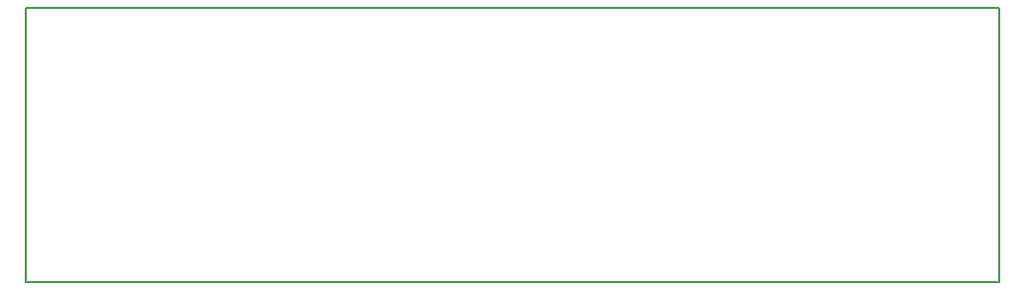
<source format=gbr>
G04 #@! TF.FileFunction,Profile,NP*
%FSLAX46Y46*%
G04 Gerber Fmt 4.6, Leading zero omitted, Abs format (unit mm)*
G04 Created by KiCad (PCBNEW 4.0.7) date 02/22/18 18:04:52*
%MOMM*%
%LPD*%
G01*
G04 APERTURE LIST*
%ADD10C,0.100000*%
%ADD11C,0.150000*%
G04 APERTURE END LIST*
D10*
D11*
X196850000Y-83185000D02*
X113665000Y-83185000D01*
X196850000Y-98425000D02*
X196850000Y-83185000D01*
X196850000Y-106680000D02*
X196850000Y-98425000D01*
X113665000Y-106680000D02*
X196850000Y-106680000D01*
X113665000Y-83185000D02*
X113665000Y-106680000D01*
M02*

</source>
